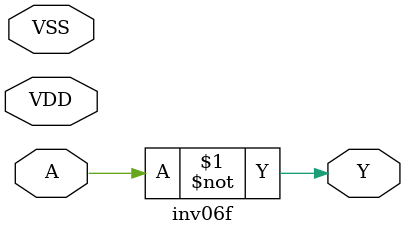
<source format=v>


module inv06f ( Y, VSS, VDD, A );

  input A;
  output Y;
  inout VDD;
  inout VSS;
  assign Y = ~A;
endmodule

</source>
